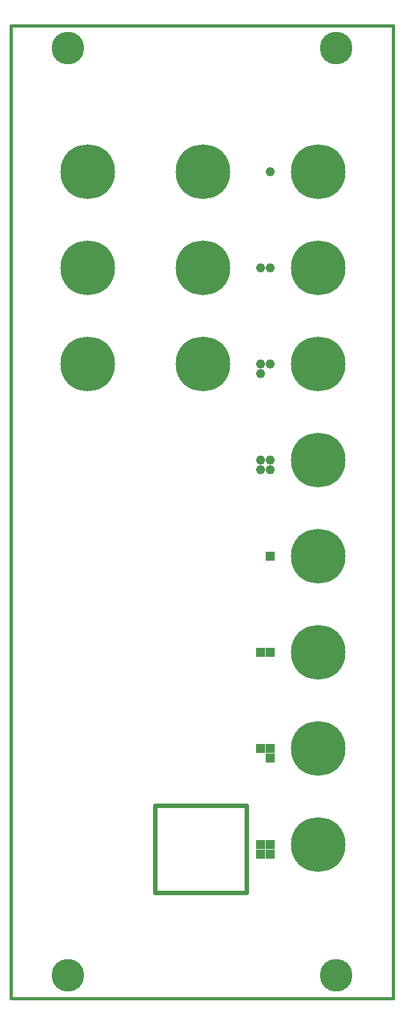
<source format=gbs>
G75*
%MOIN*%
%OFA0B0*%
%FSLAX25Y25*%
%IPPOS*%
%LPD*%
%AMOC8*
5,1,8,0,0,1.08239X$1,22.5*
%
%ADD10C,0.01600*%
%ADD11C,0.02400*%
%ADD12C,0.17005*%
%ADD13C,0.28422*%
%ADD14C,0.04762*%
%ADD15R,0.04762X0.04762*%
D10*
X0004700Y0004700D02*
X0004700Y0510606D01*
X0203519Y0510606D01*
X0203519Y0004700D01*
X0004700Y0004700D01*
D11*
X0079700Y0059700D02*
X0079700Y0104818D01*
X0127062Y0104818D01*
X0127062Y0059700D01*
X0079700Y0059700D01*
D12*
X0034228Y0016511D03*
X0173991Y0016511D03*
X0173991Y0498794D03*
X0034228Y0498794D03*
D13*
X0044700Y0434700D03*
X0044700Y0384700D03*
X0044700Y0334700D03*
X0104700Y0334700D03*
X0104700Y0384700D03*
X0104700Y0434700D03*
X0164700Y0434700D03*
X0164700Y0384700D03*
X0164700Y0334700D03*
X0164700Y0284700D03*
X0164700Y0234700D03*
X0164700Y0184700D03*
X0164700Y0134700D03*
X0164700Y0084700D03*
D14*
X0139700Y0279700D03*
X0139700Y0284700D03*
X0134700Y0284700D03*
X0134700Y0279700D03*
X0134700Y0329700D03*
X0134700Y0334700D03*
X0139700Y0334700D03*
X0139700Y0384700D03*
X0134700Y0384700D03*
X0139700Y0434700D03*
D15*
X0139700Y0234700D03*
X0139700Y0184700D03*
X0134700Y0184700D03*
X0134700Y0134700D03*
X0139700Y0134700D03*
X0139700Y0129700D03*
X0139700Y0084700D03*
X0139700Y0079700D03*
X0134700Y0079700D03*
X0134700Y0084700D03*
M02*

</source>
